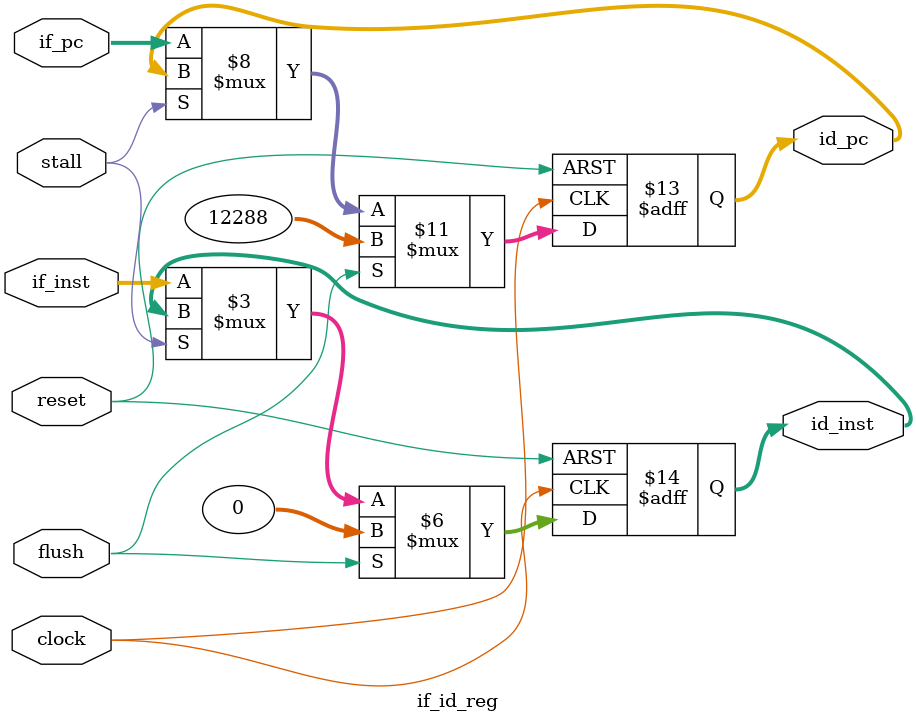
<source format=v>
`timescale 1ns / 1ps

module if_id_reg(
    input wire clock,
    input wire reset,
    input wire stall,       // 暂停信号，高电平有效。有效时保持输出不变
    input wire flush,       // 清除信号，高电平有效。有效时输出清零(插入NOP)
    input wire [31:0] if_pc,    // 来自IF阶段的PC (通常是PC+4)
    input wire [31:0] if_inst,  // 来自指令存储器的指令
    output reg [31:0] id_pc,    // 传递给ID阶段的PC
    output reg [31:0] id_inst   // 传递给ID阶段的指令
);
    always @(posedge clock or posedge reset) begin
        if (reset) begin
            id_pc <= 32'h0000_3000;
            id_inst <= 32'b0;
        end else if (flush) begin
            id_pc <= 32'h0000_3000;
            id_inst <= 32'b0; // 通常清零代表NOP指令 (SLL r0, r0, 0)
        end else if (!stall) begin
            id_pc <= if_pc;
            id_inst <= if_inst;
        end
    end
endmodule

</source>
